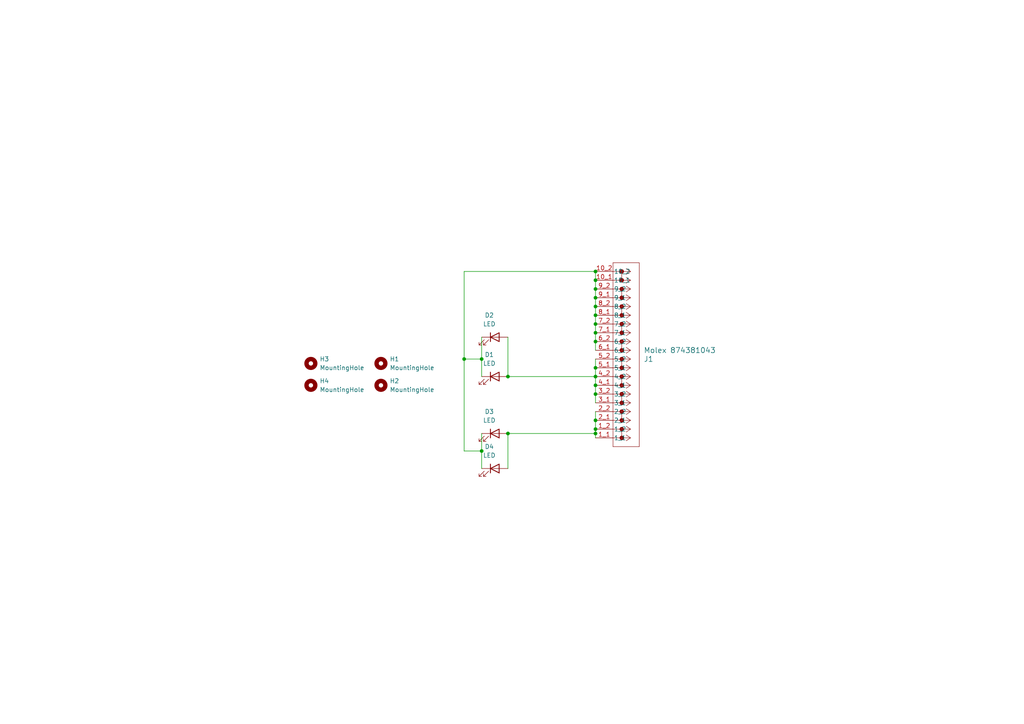
<source format=kicad_sch>
(kicad_sch (version 20250114) (generator "eeschema") (generator_version "9.0")
  (paper "A4")
  (lib_symbols
    (symbol "Device:LED" (pin_numbers (hide yes)) (pin_names (offset 1.016) (hide yes))
      (property "Reference" "D" (at 0 2.54 0))
      (property "Value" "LED" (at 0 -2.54 0))
      (symbol "LED_0_1"
        (polyline (pts (xy -3.048 -0.762) (xy -4.572 -2.286) (xy -3.81 -2.286) (xy -4.572 -2.286) (xy -4.572 -1.524)))
        (polyline (pts (xy -1.778 -0.762) (xy -3.302 -2.286) (xy -2.54 -2.286) (xy -3.302 -2.286) (xy -3.302 -1.524)))
        (polyline (pts (xy -1.27 0) (xy 1.27 0)))
        (polyline (pts (xy -1.27 -1.27) (xy -1.27 1.27)) (stroke (width 0.254)))
        (polyline (pts (xy 1.27 -1.27) (xy 1.27 1.27) (xy -1.27 0) (xy 1.27 -1.27)) (stroke (width 0.254)))
      )
      (symbol "LED_1_1"
        (pin passive line (at -3.81 0 0) (length 2.54) (name "K") (number "1"))
        (pin passive line (at 3.81 0 180) (length 2.54) (name "A") (number "2"))
      )
    )
    (symbol "Mechanical:MountingHole" (pin_names (offset 1.016)) (exclude_from_sim yes) (in_bom no)
      (property "Reference" "H" (at 0 5.08 0))
      (property "Value" "MountingHole" (at 0 3.175 0))
      (symbol "MountingHole_0_1"
        (circle (center 0 0) (radius 1.27) (stroke (width 1.27)))
      )
    )
    (symbol "MolexConnector:874381043" (pin_names (offset 0.254))
      (property "Reference" "J" (at 8.89 6.35 0))
      (property "Value" "874381043" (at 0 0 0))
      (symbol "874381043_1_1"
        (polyline (pts (xy 5.08 2.54) (xy 5.08 -50.8)) (stroke (width 0.127)))
        (polyline (pts (xy 5.08 -50.8) (xy 12.7 -50.8)) (stroke (width 0.127)))
        (polyline (pts (xy 7.62 0) (xy 7.62 -2.54)) (stroke (width 0.127)))
        (circle (center 7.62 0) (radius 0.127) (stroke (width 0.508)))
        (circle (center 7.62 -2.54) (radius 0.127) (stroke (width 0.508)))
        (polyline (pts (xy 7.62 -5.08) (xy 7.62 -7.62)) (stroke (width 0.127)))
        (circle (center 7.62 -5.08) (radius 0.127) (stroke (width 0.508)))
        (circle (center 7.62 -7.62) (radius 0.127) (stroke (width 0.508)))
        (polyline (pts (xy 7.62 -10.16) (xy 7.62 -12.7)) (stroke (width 0.127)))
        (circle (center 7.62 -10.16) (radius 0.127) (stroke (width 0.508)))
        (circle (center 7.62 -12.7) (radius 0.127) (stroke (width 0.508)))
        (polyline (pts (xy 7.62 -15.24) (xy 7.62 -17.78)) (stroke (width 0.127)))
        (circle (center 7.62 -15.24) (radius 0.127) (stroke (width 0.508)))
        (circle (center 7.62 -17.78) (radius 0.127) (stroke (width 0.508)))
        (polyline (pts (xy 7.62 -20.32) (xy 7.62 -22.86)) (stroke (width 0.127)))
        (circle (center 7.62 -20.32) (radius 0.127) (stroke (width 0.508)))
        (circle (center 7.62 -22.86) (radius 0.127) (stroke (width 0.508)))
        (polyline (pts (xy 7.62 -25.4) (xy 7.62 -27.94)) (stroke (width 0.127)))
        (circle (center 7.62 -25.4) (radius 0.127) (stroke (width 0.508)))
        (circle (center 7.62 -27.94) (radius 0.127) (stroke (width 0.508)))
        (polyline (pts (xy 7.62 -30.48) (xy 7.62 -33.02)) (stroke (width 0.127)))
        (circle (center 7.62 -30.48) (radius 0.127) (stroke (width 0.508)))
        (circle (center 7.62 -33.02) (radius 0.127) (stroke (width 0.508)))
        (polyline (pts (xy 7.62 -35.56) (xy 7.62 -38.1)) (stroke (width 0.127)))
        (circle (center 7.62 -35.56) (radius 0.127) (stroke (width 0.508)))
        (circle (center 7.62 -38.1) (radius 0.127) (stroke (width 0.508)))
        (polyline (pts (xy 7.62 -40.64) (xy 7.62 -43.18)) (stroke (width 0.127)))
        (circle (center 7.62 -40.64) (radius 0.127) (stroke (width 0.508)))
        (circle (center 7.62 -43.18) (radius 0.127) (stroke (width 0.508)))
        (polyline (pts (xy 7.62 -45.72) (xy 7.62 -48.26)) (stroke (width 0.127)))
        (circle (center 7.62 -45.72) (radius 0.127) (stroke (width 0.508)))
        (circle (center 7.62 -48.26) (radius 0.127) (stroke (width 0.508)))
        (polyline (pts (xy 10.16 0) (xy 5.08 0)) (stroke (width 0.127)))
        (polyline (pts (xy 10.16 0) (xy 8.89 0.8467)) (stroke (width 0.127)))
        (polyline (pts (xy 10.16 0) (xy 8.89 -0.8467)) (stroke (width 0.127)))
        (polyline (pts (xy 10.16 -2.54) (xy 5.08 -2.54)) (stroke (width 0.127)))
        (polyline (pts (xy 10.16 -2.54) (xy 8.89 -1.6933)) (stroke (width 0.127)))
        (polyline (pts (xy 10.16 -2.54) (xy 8.89 -3.3867)) (stroke (width 0.127)))
        (polyline (pts (xy 10.16 -5.08) (xy 5.08 -5.08)) (stroke (width 0.127)))
        (polyline (pts (xy 10.16 -5.08) (xy 8.89 -4.2333)) (stroke (width 0.127)))
        (polyline (pts (xy 10.16 -5.08) (xy 8.89 -5.9267)) (stroke (width 0.127)))
        (polyline (pts (xy 10.16 -7.62) (xy 5.08 -7.62)) (stroke (width 0.127)))
        (polyline (pts (xy 10.16 -7.62) (xy 8.89 -6.7733)) (stroke (width 0.127)))
        (polyline (pts (xy 10.16 -7.62) (xy 8.89 -8.4667)) (stroke (width 0.127)))
        (polyline (pts (xy 10.16 -10.16) (xy 5.08 -10.16)) (stroke (width 0.127)))
        (polyline (pts (xy 10.16 -10.16) (xy 8.89 -9.3133)) (stroke (width 0.127)))
        (polyline (pts (xy 10.16 -10.16) (xy 8.89 -11.0067)) (stroke (width 0.127)))
        (polyline (pts (xy 10.16 -12.7) (xy 5.08 -12.7)) (stroke (width 0.127)))
        (polyline (pts (xy 10.16 -12.7) (xy 8.89 -11.8533)) (stroke (width 0.127)))
        (polyline (pts (xy 10.16 -12.7) (xy 8.89 -13.5467)) (stroke (width 0.127)))
        (polyline (pts (xy 10.16 -15.24) (xy 5.08 -15.24)) (stroke (width 0.127)))
        (polyline (pts (xy 10.16 -15.24) (xy 8.89 -14.3933)) (stroke (width 0.127)))
        (polyline (pts (xy 10.16 -15.24) (xy 8.89 -16.0867)) (stroke (width 0.127)))
        (polyline (pts (xy 10.16 -17.78) (xy 5.08 -17.78)) (stroke (width 0.127)))
        (polyline (pts (xy 10.16 -17.78) (xy 8.89 -16.9333)) (stroke (width 0.127)))
        (polyline (pts (xy 10.16 -17.78) (xy 8.89 -18.6267)) (stroke (width 0.127)))
        (polyline (pts (xy 10.16 -20.32) (xy 5.08 -20.32)) (stroke (width 0.127)))
        (polyline (pts (xy 10.16 -20.32) (xy 8.89 -19.4733)) (stroke (width 0.127)))
        (polyline (pts (xy 10.16 -20.32) (xy 8.89 -21.1667)) (stroke (width 0.127)))
        (polyline (pts (xy 10.16 -22.86) (xy 5.08 -22.86)) (stroke (width 0.127)))
        (polyline (pts (xy 10.16 -22.86) (xy 8.89 -22.0133)) (stroke (width 0.127)))
        (polyline (pts (xy 10.16 -22.86) (xy 8.89 -23.7067)) (stroke (width 0.127)))
        (polyline (pts (xy 10.16 -25.4) (xy 5.08 -25.4)) (stroke (width 0.127)))
        (polyline (pts (xy 10.16 -25.4) (xy 8.89 -24.5533)) (stroke (width 0.127)))
        (polyline (pts (xy 10.16 -25.4) (xy 8.89 -26.2467)) (stroke (width 0.127)))
        (polyline (pts (xy 10.16 -27.94) (xy 5.08 -27.94)) (stroke (width 0.127)))
        (polyline (pts (xy 10.16 -27.94) (xy 8.89 -27.0933)) (stroke (width 0.127)))
        (polyline (pts (xy 10.16 -27.94) (xy 8.89 -28.7867)) (stroke (width 0.127)))
        (polyline (pts (xy 10.16 -30.48) (xy 5.08 -30.48)) (stroke (width 0.127)))
        (polyline (pts (xy 10.16 -30.48) (xy 8.89 -29.6333)) (stroke (width 0.127)))
        (polyline (pts (xy 10.16 -30.48) (xy 8.89 -31.3267)) (stroke (width 0.127)))
        (polyline (pts (xy 10.16 -33.02) (xy 5.08 -33.02)) (stroke (width 0.127)))
        (polyline (pts (xy 10.16 -33.02) (xy 8.89 -32.1733)) (stroke (width 0.127)))
        (polyline (pts (xy 10.16 -33.02) (xy 8.89 -33.8667)) (stroke (width 0.127)))
        (polyline (pts (xy 10.16 -35.56) (xy 5.08 -35.56)) (stroke (width 0.127)))
        (polyline (pts (xy 10.16 -35.56) (xy 8.89 -34.7133)) (stroke (width 0.127)))
        (polyline (pts (xy 10.16 -35.56) (xy 8.89 -36.4067)) (stroke (width 0.127)))
        (polyline (pts (xy 10.16 -38.1) (xy 5.08 -38.1)) (stroke (width 0.127)))
        (polyline (pts (xy 10.16 -38.1) (xy 8.89 -37.2533)) (stroke (width 0.127)))
        (polyline (pts (xy 10.16 -38.1) (xy 8.89 -38.9467)) (stroke (width 0.127)))
        (polyline (pts (xy 10.16 -40.64) (xy 5.08 -40.64)) (stroke (width 0.127)))
        (polyline (pts (xy 10.16 -40.64) (xy 8.89 -39.7933)) (stroke (width 0.127)))
        (polyline (pts (xy 10.16 -40.64) (xy 8.89 -41.4867)) (stroke (width 0.127)))
        (polyline (pts (xy 10.16 -43.18) (xy 5.08 -43.18)) (stroke (width 0.127)))
        (polyline (pts (xy 10.16 -43.18) (xy 8.89 -42.3333)) (stroke (width 0.127)))
        (polyline (pts (xy 10.16 -43.18) (xy 8.89 -44.0267)) (stroke (width 0.127)))
        (polyline (pts (xy 10.16 -45.72) (xy 5.08 -45.72)) (stroke (width 0.127)))
        (polyline (pts (xy 10.16 -45.72) (xy 8.89 -44.8733)) (stroke (width 0.127)))
        (polyline (pts (xy 10.16 -45.72) (xy 8.89 -46.5667)) (stroke (width 0.127)))
        (polyline (pts (xy 10.16 -48.26) (xy 5.08 -48.26)) (stroke (width 0.127)))
        (polyline (pts (xy 10.16 -48.26) (xy 8.89 -47.4133)) (stroke (width 0.127)))
        (polyline (pts (xy 10.16 -48.26) (xy 8.89 -49.1067)) (stroke (width 0.127)))
        (polyline (pts (xy 12.7 2.54) (xy 5.08 2.54)) (stroke (width 0.127)))
        (polyline (pts (xy 12.7 -50.8) (xy 12.7 2.54)) (stroke (width 0.127)))
        (pin unspecified line (at 0 0 0) (length 5.08) (name "1_1") (number "1_1"))
        (pin unspecified line (at 0 -2.54 0) (length 5.08) (name "1_2") (number "1_2"))
        (pin unspecified line (at 0 -5.08 0) (length 5.08) (name "2_1") (number "2_1"))
        (pin unspecified line (at 0 -7.62 0) (length 5.08) (name "2_2") (number "2_2"))
        (pin unspecified line (at 0 -10.16 0) (length 5.08) (name "3_1") (number "3_1"))
        (pin unspecified line (at 0 -12.7 0) (length 5.08) (name "3_2") (number "3_2"))
        (pin unspecified line (at 0 -15.24 0) (length 5.08) (name "4_1") (number "4_1"))
        (pin unspecified line (at 0 -17.78 0) (length 5.08) (name "4_2") (number "4_2"))
        (pin unspecified line (at 0 -20.32 0) (length 5.08) (name "5_1") (number "5_1"))
        (pin unspecified line (at 0 -22.86 0) (length 5.08) (name "5_2") (number "5_2"))
        (pin unspecified line (at 0 -25.4 0) (length 5.08) (name "6_1") (number "6_1"))
        (pin unspecified line (at 0 -27.94 0) (length 5.08) (name "6_2") (number "6_2"))
        (pin unspecified line (at 0 -30.48 0) (length 5.08) (name "7_1") (number "7_1"))
        (pin unspecified line (at 0 -33.02 0) (length 5.08) (name "7_2") (number "7_2"))
        (pin unspecified line (at 0 -35.56 0) (length 5.08) (name "8_1") (number "8_1"))
        (pin unspecified line (at 0 -38.1 0) (length 5.08) (name "8_2") (number "8_2"))
        (pin unspecified line (at 0 -40.64 0) (length 5.08) (name "9_1") (number "9_1"))
        (pin unspecified line (at 0 -43.18 0) (length 5.08) (name "9_2") (number "9_2"))
        (pin unspecified line (at 0 -45.72 0) (length 5.08) (name "10_1") (number "10_1"))
        (pin unspecified line (at 0 -48.26 0) (length 5.08) (name "10_2") (number "10_2"))
      )
      (symbol "874381043_1_2"
        (polyline (pts (xy 5.08 2.54) (xy 5.08 -50.8)) (stroke (width 0.127)))
        (polyline (pts (xy 5.08 -50.8) (xy 12.7 -50.8)) (stroke (width 0.127)))
        (polyline (pts (xy 6.35 0) (xy 6.35 -2.54)) (stroke (width 0.127)))
        (circle (center 6.35 0) (radius 0.127) (stroke (width 0.508)))
        (circle (center 6.35 -2.54) (radius 0.127) (stroke (width 0.508)))
        (polyline (pts (xy 6.35 -5.08) (xy 6.35 -7.62)) (stroke (width 0.127)))
        (circle (center 6.35 -5.08) (radius 0.127) (stroke (width 0.508)))
        (circle (center 6.35 -7.62) (radius 0.127) (stroke (width 0.508)))
        (polyline (pts (xy 6.35 -10.16) (xy 6.35 -12.7)) (stroke (width 0.127)))
        (circle (center 6.35 -10.16) (radius 0.127) (stroke (width 0.508)))
        (circle (center 6.35 -12.7) (radius 0.127) (stroke (width 0.508)))
        (polyline (pts (xy 6.35 -15.24) (xy 6.35 -17.78)) (stroke (width 0.127)))
        (circle (center 6.35 -15.24) (radius 0.127) (stroke (width 0.508)))
        (circle (center 6.35 -17.78) (radius 0.127) (stroke (width 0.508)))
        (polyline (pts (xy 6.35 -20.32) (xy 6.35 -22.86)) (stroke (width 0.127)))
        (circle (center 6.35 -20.32) (radius 0.127) (stroke (width 0.508)))
        (circle (center 6.35 -22.86) (radius 0.127) (stroke (width 0.508)))
        (polyline (pts (xy 6.35 -25.4) (xy 6.35 -27.94)) (stroke (width 0.127)))
        (circle (center 6.35 -25.4) (radius 0.127) (stroke (width 0.508)))
        (circle (center 6.35 -27.94) (radius 0.127) (stroke (width 0.508)))
        (polyline (pts (xy 6.35 -30.48) (xy 6.35 -33.02)) (stroke (width 0.127)))
        (circle (center 6.35 -30.48) (radius 0.127) (stroke (width 0.508)))
        (circle (center 6.35 -33.02) (radius 0.127) (stroke (width 0.508)))
        (polyline (pts (xy 6.35 -35.56) (xy 6.35 -38.1)) (stroke (width 0.127)))
        (circle (center 6.35 -35.56) (radius 0.127) (stroke (width 0.508)))
        (circle (center 6.35 -38.1) (radius 0.127) (stroke (width 0.508)))
        (polyline (pts (xy 6.35 -40.64) (xy 6.35 -43.18)) (stroke (width 0.127)))
        (circle (center 6.35 -40.64) (radius 0.127) (stroke (width 0.508)))
        (circle (center 6.35 -43.18) (radius 0.127) (stroke (width 0.508)))
        (polyline (pts (xy 6.35 -45.72) (xy 6.35 -48.26)) (stroke (width 0.127)))
        (circle (center 6.35 -45.72) (radius 0.127) (stroke (width 0.508)))
        (circle (center 6.35 -48.26) (radius 0.127) (stroke (width 0.508)))
        (polyline (pts (xy 7.62 0) (xy 5.08 0)) (stroke (width 0.127)))
        (polyline (pts (xy 7.62 0) (xy 8.89 0.8467)) (stroke (width 0.127)))
        (polyline (pts (xy 7.62 0) (xy 8.89 -0.8467)) (stroke (width 0.127)))
        (polyline (pts (xy 7.62 -2.54) (xy 5.08 -2.54)) (stroke (width 0.127)))
        (polyline (pts (xy 7.62 -2.54) (xy 8.89 -1.6933)) (stroke (width 0.127)))
        (polyline (pts (xy 7.62 -2.54) (xy 8.89 -3.3867)) (stroke (width 0.127)))
        (polyline (pts (xy 7.62 -5.08) (xy 5.08 -5.08)) (stroke (width 0.127)))
        (polyline (pts (xy 7.62 -5.08) (xy 8.89 -4.2333)) (stroke (width 0.127)))
        (polyline (pts (xy 7.62 -5.08) (xy 8.89 -5.9267)) (stroke (width 0.127)))
        (polyline (pts (xy 7.62 -7.62) (xy 5.08 -7.62)) (stroke (width 0.127)))
        (polyline (pts (xy 7.62 -7.62) (xy 8.89 -6.7733)) (stroke (width 0.127)))
        (polyline (pts (xy 7.62 -7.62) (xy 8.89 -8.4667)) (stroke (width 0.127)))
        (polyline (pts (xy 7.62 -10.16) (xy 5.08 -10.16)) (stroke (width 0.127)))
        (polyline (pts (xy 7.62 -10.16) (xy 8.89 -9.3133)) (stroke (width 0.127)))
        (polyline (pts (xy 7.62 -10.16) (xy 8.89 -11.0067)) (stroke (width 0.127)))
        (polyline (pts (xy 7.62 -12.7) (xy 5.08 -12.7)) (stroke (width 0.127)))
        (polyline (pts (xy 7.62 -12.7) (xy 8.89 -11.8533)) (stroke (width 0.127)))
        (polyline (pts (xy 7.62 -12.7) (xy 8.89 -13.5467)) (stroke (width 0.127)))
        (polyline (pts (xy 7.62 -15.24) (xy 5.08 -15.24)) (stroke (width 0.127)))
        (polyline (pts (xy 7.62 -15.24) (xy 8.89 -14.3933)) (stroke (width 0.127)))
        (polyline (pts (xy 7.62 -15.24) (xy 8.89 -16.0867)) (stroke (width 0.127)))
        (polyline (pts (xy 7.62 -17.78) (xy 5.08 -17.78)) (stroke (width 0.127)))
        (polyline (pts (xy 7.62 -17.78) (xy 8.89 -16.9333)) (stroke (width 0.127)))
        (polyline (pts (xy 7.62 -17.78) (xy 8.89 -18.6267)) (stroke (width 0.127)))
        (polyline (pts (xy 7.62 -20.32) (xy 5.08 -20.32)) (stroke (width 0.127)))
        (polyline (pts (xy 7.62 -20.32) (xy 8.89 -19.4733)) (stroke (width 0.127)))
        (polyline (pts (xy 7.62 -20.32) (xy 8.89 -21.1667)) (stroke (width 0.127)))
        (polyline (pts (xy 7.62 -22.86) (xy 5.08 -22.86)) (stroke (width 0.127)))
        (polyline (pts (xy 7.62 -22.86) (xy 8.89 -22.0133)) (stroke (width 0.127)))
        (polyline (pts (xy 7.62 -22.86) (xy 8.89 -23.7067)) (stroke (width 0.127)))
        (polyline (pts (xy 7.62 -25.4) (xy 5.08 -25.4)) (stroke (width 0.127)))
        (polyline (pts (xy 7.62 -25.4) (xy 8.89 -24.5533)) (stroke (width 0.127)))
        (polyline (pts (xy 7.62 -25.4) (xy 8.89 -26.2467)) (stroke (width 0.127)))
        (polyline (pts (xy 7.62 -27.94) (xy 5.08 -27.94)) (stroke (width 0.127)))
        (polyline (pts (xy 7.62 -27.94) (xy 8.89 -27.0933)) (stroke (width 0.127)))
        (polyline (pts (xy 7.62 -27.94) (xy 8.89 -28.7867)) (stroke (width 0.127)))
        (polyline (pts (xy 7.62 -30.48) (xy 5.08 -30.48)) (stroke (width 0.127)))
        (polyline (pts (xy 7.62 -30.48) (xy 8.89 -29.6333)) (stroke (width 0.127)))
        (polyline (pts (xy 7.62 -30.48) (xy 8.89 -31.3267)) (stroke (width 0.127)))
        (polyline (pts (xy 7.62 -33.02) (xy 5.08 -33.02)) (stroke (width 0.127)))
        (polyline (pts (xy 7.62 -33.02) (xy 8.89 -32.1733)) (stroke (width 0.127)))
        (polyline (pts (xy 7.62 -33.02) (xy 8.89 -33.8667)) (stroke (width 0.127)))
        (polyline (pts (xy 7.62 -35.56) (xy 5.08 -35.56)) (stroke (width 0.127)))
        (polyline (pts (xy 7.62 -35.56) (xy 8.89 -34.7133)) (stroke (width 0.127)))
        (polyline (pts (xy 7.62 -35.56) (xy 8.89 -36.4067)) (stroke (width 0.127)))
        (polyline (pts (xy 7.62 -38.1) (xy 5.08 -38.1)) (stroke (width 0.127)))
        (polyline (pts (xy 7.62 -38.1) (xy 8.89 -37.2533)) (stroke (width 0.127)))
        (polyline (pts (xy 7.62 -38.1) (xy 8.89 -38.9467)) (stroke (width 0.127)))
        (polyline (pts (xy 7.62 -40.64) (xy 5.08 -40.64)) (stroke (width 0.127)))
        (polyline (pts (xy 7.62 -40.64) (xy 8.89 -39.7933)) (stroke (width 0.127)))
        (polyline (pts (xy 7.62 -40.64) (xy 8.89 -41.4867)) (stroke (width 0.127)))
        (polyline (pts (xy 7.62 -43.18) (xy 5.08 -43.18)) (stroke (width 0.127)))
        (polyline (pts (xy 7.62 -43.18) (xy 8.89 -42.3333)) (stroke (width 0.127)))
        (polyline (pts (xy 7.62 -43.18) (xy 8.89 -44.0267)) (stroke (width 0.127)))
        (polyline (pts (xy 7.62 -45.72) (xy 5.08 -45.72)) (stroke (width 0.127)))
        (polyline (pts (xy 7.62 -45.72) (xy 8.89 -44.8733)) (stroke (width 0.127)))
        (polyline (pts (xy 7.62 -45.72) (xy 8.89 -46.5667)) (stroke (width 0.127)))
        (polyline (pts (xy 7.62 -48.26) (xy 5.08 -48.26)) (stroke (width 0.127)))
        (polyline (pts (xy 7.62 -48.26) (xy 8.89 -47.4133)) (stroke (width 0.127)))
        (polyline (pts (xy 7.62 -48.26) (xy 8.89 -49.1067)) (stroke (width 0.127)))
        (polyline (pts (xy 12.7 2.54) (xy 5.08 2.54)) (stroke (width 0.127)))
        (polyline (pts (xy 12.7 -50.8) (xy 12.7 2.54)) (stroke (width 0.127)))
        (pin unspecified line (at 0 0 0) (length 5.08) (name "1_1") (number "1_1"))
        (pin unspecified line (at 0 -2.54 0) (length 5.08) (name "1_2") (number "1_2"))
        (pin unspecified line (at 0 -5.08 0) (length 5.08) (name "2_1") (number "2_1"))
        (pin unspecified line (at 0 -7.62 0) (length 5.08) (name "2_2") (number "2_2"))
        (pin unspecified line (at 0 -10.16 0) (length 5.08) (name "3_1") (number "3_1"))
        (pin unspecified line (at 0 -12.7 0) (length 5.08) (name "3_2") (number "3_2"))
        (pin unspecified line (at 0 -15.24 0) (length 5.08) (name "4_1") (number "4_1"))
        (pin unspecified line (at 0 -17.78 0) (length 5.08) (name "4_2") (number "4_2"))
        (pin unspecified line (at 0 -20.32 0) (length 5.08) (name "5_1") (number "5_1"))
        (pin unspecified line (at 0 -22.86 0) (length 5.08) (name "5_2") (number "5_2"))
        (pin unspecified line (at 0 -25.4 0) (length 5.08) (name "6_1") (number "6_1"))
        (pin unspecified line (at 0 -27.94 0) (length 5.08) (name "6_2") (number "6_2"))
        (pin unspecified line (at 0 -30.48 0) (length 5.08) (name "7_1") (number "7_1"))
        (pin unspecified line (at 0 -33.02 0) (length 5.08) (name "7_2") (number "7_2"))
        (pin unspecified line (at 0 -35.56 0) (length 5.08) (name "8_1") (number "8_1"))
        (pin unspecified line (at 0 -38.1 0) (length 5.08) (name "8_2") (number "8_2"))
        (pin unspecified line (at 0 -40.64 0) (length 5.08) (name "9_1") (number "9_1"))
        (pin unspecified line (at 0 -43.18 0) (length 5.08) (name "9_2") (number "9_2"))
        (pin unspecified line (at 0 -45.72 0) (length 5.08) (name "10_1") (number "10_1"))
        (pin unspecified line (at 0 -48.26 0) (length 5.08) (name "10_2") (number "10_2"))
      )
    )
  )
  (junction (at 172.72 125.73))
  (junction (at 172.72 96.52))
  (junction (at 172.72 124.46))
  (junction (at 147.32 125.73))
  (junction (at 172.72 83.82))
  (junction (at 172.72 86.36))
  (junction (at 139.7 104.14))
  (junction (at 172.72 78.74))
  (junction (at 172.72 91.44))
  (junction (at 172.72 81.28))
  (junction (at 139.7 130.81))
  (junction (at 172.72 88.9))
  (junction (at 172.72 121.92))
  (junction (at 172.72 106.68))
  (junction (at 172.72 99.06))
  (junction (at 172.72 93.98))
  (junction (at 147.32 109.22))
  (junction (at 134.62 104.14))
  (junction (at 172.72 114.3))
  (junction (at 172.72 109.22))
  (junction (at 172.72 111.76))
  (wire (pts (xy 172.72 111.76) (xy 172.72 114.3)))
  (wire (pts (xy 139.7 104.14) (xy 139.7 109.22)))
  (wire (pts (xy 172.72 93.98) (xy 172.72 96.52)))
  (wire (pts (xy 147.32 109.22) (xy 172.72 109.22)))
  (wire (pts (xy 172.72 86.36) (xy 172.72 88.9)))
  (wire (pts (xy 172.72 124.46) (xy 172.72 125.73)))
  (wire (pts (xy 172.72 119.38) (xy 172.72 121.92)))
  (wire (pts (xy 147.32 97.79) (xy 147.32 109.22)))
  (wire (pts (xy 134.62 104.14) (xy 134.62 78.74)))
  (wire (pts (xy 139.7 125.73) (xy 139.7 130.81)))
  (wire (pts (xy 139.7 130.81) (xy 139.7 135.89)))
  (wire (pts (xy 172.72 99.06) (xy 172.72 101.6)))
  (wire (pts (xy 134.62 78.74) (xy 172.72 78.74)))
  (wire (pts (xy 172.72 114.3) (xy 172.72 116.84)))
  (wire (pts (xy 172.72 104.14) (xy 172.72 106.68)))
  (wire (pts (xy 139.7 104.14) (xy 134.62 104.14)))
  (wire (pts (xy 172.72 121.92) (xy 172.72 124.46)))
  (wire (pts (xy 172.72 83.82) (xy 172.72 86.36)))
  (wire (pts (xy 172.72 91.44) (xy 172.72 93.98)))
  (wire (pts (xy 172.72 125.73) (xy 172.72 127)))
  (wire (pts (xy 172.72 109.22) (xy 172.72 111.76)))
  (wire (pts (xy 134.62 104.14) (xy 134.62 130.81)))
  (wire (pts (xy 172.72 106.68) (xy 172.72 109.22)))
  (wire (pts (xy 172.72 96.52) (xy 172.72 99.06)))
  (wire (pts (xy 172.72 81.28) (xy 172.72 83.82)))
  (wire (pts (xy 172.72 78.74) (xy 172.72 81.28)))
  (wire (pts (xy 134.62 130.81) (xy 139.7 130.81)))
  (wire (pts (xy 147.32 125.73) (xy 172.72 125.73)))
  (wire (pts (xy 147.32 125.73) (xy 147.32 135.89)))
  (wire (pts (xy 172.72 88.9) (xy 172.72 91.44)))
  (wire (pts (xy 139.7 97.79) (xy 139.7 104.14)))
  (symbol (lib_id "Mechanical:MountingHole") (at 110.49 111.76 0) (unit 1) (exclude_from_sim yes) (in_bom no)
    (property "Reference" "H2" (at 113.03 110.4899 0) (effects (justify left)))
    (property "Value" "MountingHole" (at 113.03 113.0299 0) (effects (justify left)))
    (property "Footprint" "LEDBoardFootprintLibrary:0dot093_inch_mechanical_hole" (effects (hide yes)))
    (property "Description" "Mounting Hole without connection" (effects (hide yes)))
  )
  (symbol (lib_id "Mechanical:MountingHole") (at 110.49 105.41 0) (unit 1) (exclude_from_sim yes) (in_bom no)
    (property "Reference" "H1" (at 113.03 104.1399 0) (effects (justify left)))
    (property "Value" "MountingHole" (at 113.03 106.6799 0) (effects (justify left)))
    (property "Footprint" "LEDBoardFootprintLibrary:0dot093_inch_mechanical_hole" (effects (hide yes)))
    (property "Description" "Mounting Hole without connection" (effects (hide yes)))
  )
  (symbol (lib_id "Device:LED") (at 143.51 125.73 0) (unit 1)
    (property "Reference" "D3" (at 141.9225 119.38 0))
    (property "Value" "LED" (at 141.9225 121.92 0))
    (property "Footprint" "LED_SMD:LED_Cree-XQ" (effects (hide yes)))
    (property "Datasheet" "https://lumileds.com/wp-content/uploads/files/DS178.pdf" (effects (hide yes)))
    (property "Description" "Lumileds L1F3-U400200012000" (effects (hide yes)))
    (property "Sim.Pins" "1=K 2=A" (effects (hide yes)))
  )
  (symbol (lib_id "Device:LED") (at 143.51 97.79 0) (unit 1)
    (property "Reference" "D2" (at 141.9225 91.44 0))
    (property "Value" "LED" (at 141.9225 93.98 0))
    (property "Footprint" "LED_SMD:LED_Cree-XQ" (effects (hide yes)))
    (property "Datasheet" "https://lumileds.com/wp-content/uploads/files/DS178.pdf" (effects (hide yes)))
    (property "Description" "Lumileds L1F3-U400200012000" (effects (hide yes)))
    (property "Sim.Pins" "1=K 2=A" (effects (hide yes)))
  )
  (symbol (lib_id "MolexConnector:874381043") (at 172.72 127 0) (mirror x) (unit 1)
    (property "Reference" "J1" (at 186.69 104.1401 0) (effects (font (size 1.524 1.524)) (justify left)))
    (property "Value" "Molex 874381043" (at 186.69 101.6001 0) (effects (font (size 1.524 1.524)) (justify left)))
    (property "Footprint" "LEDBoardFootprintLibrary:CONN_874380231-SD_10_MOL" (effects (hide yes)))
    (property "Datasheet" "874381043" (effects (hide yes)))
  )
  (symbol (lib_id "Mechanical:MountingHole") (at 90.17 105.41 0) (unit 1) (exclude_from_sim yes) (in_bom no)
    (property "Reference" "H3" (at 92.71 104.1399 0) (effects (justify left)))
    (property "Value" "MountingHole" (at 92.71 106.6799 0) (effects (justify left)))
    (property "Footprint" "LEDBoardFootprintLibrary:0dot060_inch_mechanical_hole" (effects (hide yes)))
    (property "Description" "Mounting Hole without connection" (effects (hide yes)))
  )
  (symbol (lib_id "Mechanical:MountingHole") (at 90.17 111.76 0) (unit 1) (exclude_from_sim yes) (in_bom no)
    (property "Reference" "H4" (at 92.71 110.4899 0) (effects (justify left)))
    (property "Value" "MountingHole" (at 92.71 113.0299 0) (effects (justify left)))
    (property "Footprint" "LEDBoardFootprintLibrary:0dot060_inch_mechanical_hole" (effects (hide yes)))
    (property "Description" "Mounting Hole without connection" (effects (hide yes)))
  )
  (symbol (lib_id "Device:LED") (at 143.51 109.22 0) (unit 1)
    (property "Reference" "D1" (at 141.9225 102.87 0))
    (property "Value" "LED" (at 141.9225 105.41 0))
    (property "Footprint" "LED_SMD:LED_Cree-XQ" (effects (hide yes)))
    (property "Datasheet" "https://lumileds.com/wp-content/uploads/files/DS178.pdf" (effects (hide yes)))
    (property "Description" "Lumileds L1F3-U400200012000" (effects (hide yes)))
    (property "Sim.Pins" "1=K 2=A" (effects (hide yes)))
  )
  (symbol (lib_id "Device:LED") (at 143.51 135.89 0) (unit 1)
    (property "Reference" "D4" (at 141.9225 129.54 0))
    (property "Value" "LED" (at 141.9225 132.08 0))
    (property "Footprint" "LED_SMD:LED_Cree-XQ" (effects (hide yes)))
    (property "Datasheet" "https://lumileds.com/wp-content/uploads/files/DS178.pdf" (effects (hide yes)))
    (property "Description" "Lumileds L1F3-U400200012000" (effects (hide yes)))
    (property "Sim.Pins" "1=K 2=A" (effects (hide yes)))
  )
)
</source>
